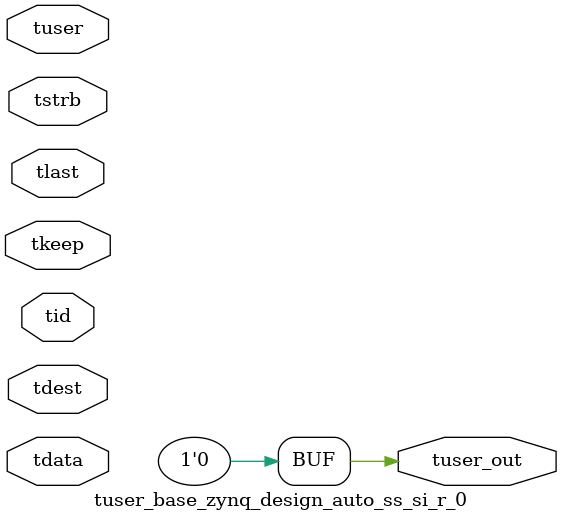
<source format=v>


`timescale 1ps/1ps

module tuser_base_zynq_design_auto_ss_si_r_0 #
(
parameter C_S_AXIS_TUSER_WIDTH = 1,
parameter C_S_AXIS_TDATA_WIDTH = 32,
parameter C_S_AXIS_TID_WIDTH   = 0,
parameter C_S_AXIS_TDEST_WIDTH = 0,
parameter C_M_AXIS_TUSER_WIDTH = 1
)
(
input  [(C_S_AXIS_TUSER_WIDTH == 0 ? 1 : C_S_AXIS_TUSER_WIDTH)-1:0     ] tuser,
input  [(C_S_AXIS_TDATA_WIDTH == 0 ? 1 : C_S_AXIS_TDATA_WIDTH)-1:0     ] tdata,
input  [(C_S_AXIS_TID_WIDTH   == 0 ? 1 : C_S_AXIS_TID_WIDTH)-1:0       ] tid,
input  [(C_S_AXIS_TDEST_WIDTH == 0 ? 1 : C_S_AXIS_TDEST_WIDTH)-1:0     ] tdest,
input  [(C_S_AXIS_TDATA_WIDTH/8)-1:0 ] tkeep,
input  [(C_S_AXIS_TDATA_WIDTH/8)-1:0 ] tstrb,
input                                                                    tlast,
output [C_M_AXIS_TUSER_WIDTH-1:0] tuser_out
);

assign tuser_out = {1'b0};

endmodule


</source>
